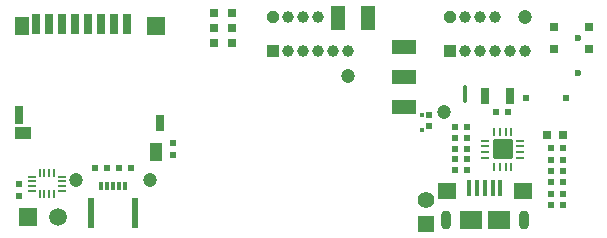
<source format=gbr>
%TF.GenerationSoftware,Altium Limited,Altium Designer,19.0.15 (446)*%
G04 Layer_Color=255*
%FSLAX26Y26*%
%MOIN*%
%TF.FileFunction,Pads,Bot*%
%TF.Part,Single*%
G01*
G75*
%TA.AperFunction,SMDPad,CuDef*%
%ADD12R,0.021654X0.023622*%
%ADD13R,0.023622X0.021654*%
%ADD22R,0.029528X0.031496*%
%ADD23R,0.023622X0.019685*%
%ADD24C,0.012008*%
%ADD25O,0.012008X0.062992*%
%ADD36C,0.047244*%
%ADD39R,0.019685X0.023622*%
%ADD52R,0.011811X0.031496*%
%TA.AperFunction,ComponentPad*%
%ADD67C,0.039370*%
G04:AMPARAMS|DCode=68|XSize=39mil|YSize=39mil|CornerRadius=0mil|HoleSize=0mil|Usage=FLASHONLY|Rotation=0.000|XOffset=0mil|YOffset=0mil|HoleType=Round|Shape=Octagon|*
%AMOCTAGOND68*
4,1,8,0.019500,-0.009750,0.019500,0.009750,0.009750,0.019500,-0.009750,0.019500,-0.019500,0.009750,-0.019500,-0.009750,-0.009750,-0.019500,0.009750,-0.019500,0.019500,-0.009750,0.0*
%
%ADD68OCTAGOND68*%

%ADD69C,0.023622*%
%ADD70O,0.035433X0.062992*%
%TA.AperFunction,WasherPad*%
%ADD71C,0.015000*%
%TA.AperFunction,ComponentPad*%
%ADD72R,0.039000X0.039000*%
%ADD73C,0.059055*%
%ADD74R,0.059055X0.059055*%
%ADD75C,0.047244*%
%ADD76C,0.055118*%
%ADD77R,0.055118X0.055118*%
%TA.AperFunction,SMDPad,CuDef*%
%ADD83R,0.027559X0.068898*%
%ADD84R,0.059055X0.059055*%
%ADD85R,0.051181X0.059055*%
%ADD86R,0.031496X0.059055*%
%ADD87R,0.057087X0.039370*%
%ADD88R,0.031496X0.055118*%
%ADD89R,0.039370X0.061024*%
%ADD90R,0.023622X0.102362*%
%ADD91R,0.019685X0.019685*%
%ADD92R,0.029528X0.057087*%
G04:AMPARAMS|DCode=93|XSize=66.929mil|YSize=66.929mil|CornerRadius=2.008mil|HoleSize=0mil|Usage=FLASHONLY|Rotation=180.000|XOffset=0mil|YOffset=0mil|HoleType=Round|Shape=RoundedRectangle|*
%AMROUNDEDRECTD93*
21,1,0.066929,0.062913,0,0,180.0*
21,1,0.062913,0.066929,0,0,180.0*
1,1,0.004016,-0.031457,0.031457*
1,1,0.004016,0.031457,0.031457*
1,1,0.004016,0.031457,-0.031457*
1,1,0.004016,-0.031457,-0.031457*
%
%ADD93ROUNDEDRECTD93*%
G04:AMPARAMS|DCode=94|XSize=9.842mil|YSize=27.559mil|CornerRadius=1.968mil|HoleSize=0mil|Usage=FLASHONLY|Rotation=180.000|XOffset=0mil|YOffset=0mil|HoleType=Round|Shape=RoundedRectangle|*
%AMROUNDEDRECTD94*
21,1,0.009842,0.023622,0,0,180.0*
21,1,0.005906,0.027559,0,0,180.0*
1,1,0.003937,-0.002953,0.011811*
1,1,0.003937,0.002953,0.011811*
1,1,0.003937,0.002953,-0.011811*
1,1,0.003937,-0.002953,-0.011811*
%
%ADD94ROUNDEDRECTD94*%
G04:AMPARAMS|DCode=95|XSize=9.842mil|YSize=27.559mil|CornerRadius=1.968mil|HoleSize=0mil|Usage=FLASHONLY|Rotation=90.000|XOffset=0mil|YOffset=0mil|HoleType=Round|Shape=RoundedRectangle|*
%AMROUNDEDRECTD95*
21,1,0.009842,0.023622,0,0,90.0*
21,1,0.005906,0.027559,0,0,90.0*
1,1,0.003937,0.011811,0.002953*
1,1,0.003937,0.011811,-0.002953*
1,1,0.003937,-0.011811,-0.002953*
1,1,0.003937,-0.011811,0.002953*
%
%ADD95ROUNDEDRECTD95*%
%ADD96R,0.027559X0.025591*%
%TA.AperFunction,ConnectorPad*%
%ADD97R,0.062992X0.055118*%
%ADD98R,0.074803X0.061024*%
%ADD99R,0.015748X0.053150*%
%TA.AperFunction,SMDPad,CuDef*%
%ADD100O,0.008661X0.029528*%
%ADD101O,0.029528X0.008661*%
%ADD102R,0.029528X0.027559*%
%ADD103R,0.029528X0.025591*%
%ADD104R,0.029528X0.025591*%
%ADD105R,0.082677X0.047244*%
%ADD106R,0.047244X0.082677*%
D12*
X1397638Y403543D02*
D03*
Y364173D02*
D03*
X542110Y269315D02*
D03*
Y308685D02*
D03*
D13*
X1802756Y103543D02*
D03*
X1842126D02*
D03*
X1802756Y139370D02*
D03*
X1842126D02*
D03*
X1484252Y290354D02*
D03*
X1523622D02*
D03*
X1521653Y326772D02*
D03*
X1482283D02*
D03*
Y362442D02*
D03*
X1521653D02*
D03*
X1523622Y253937D02*
D03*
X1484252D02*
D03*
X1523622Y218110D02*
D03*
X1484252D02*
D03*
X1842126Y293559D02*
D03*
X1802756D02*
D03*
X1842126Y250842D02*
D03*
X1802756D02*
D03*
X1842126Y214842D02*
D03*
X1802756D02*
D03*
D22*
X1790354Y334488D02*
D03*
X1843504D02*
D03*
D23*
X1620866Y411417D02*
D03*
X1660236D02*
D03*
X1802756Y179842D02*
D03*
X1842126D02*
D03*
X363425Y225000D02*
D03*
X402795D02*
D03*
X283425D02*
D03*
X322795D02*
D03*
D24*
X1515748Y496063D02*
D03*
D25*
Y470472D02*
D03*
D36*
X1444882Y413524D02*
D03*
X465748Y186595D02*
D03*
X219095D02*
D03*
D39*
X29921Y172244D02*
D03*
Y132874D02*
D03*
D52*
X323409Y166984D02*
D03*
X343094D02*
D03*
X362779D02*
D03*
X382464D02*
D03*
X303724D02*
D03*
D67*
X1616535Y729921D02*
D03*
X1566535D02*
D03*
X1516535D02*
D03*
X925984D02*
D03*
X975984D02*
D03*
X1025984D02*
D03*
X925984Y614173D02*
D03*
X975984D02*
D03*
X1025984D02*
D03*
X1075984D02*
D03*
X1125984D02*
D03*
X1716535D02*
D03*
X1666535D02*
D03*
X1616535D02*
D03*
X1566535D02*
D03*
X1516535D02*
D03*
D68*
X1466535Y729921D02*
D03*
X875984D02*
D03*
D69*
X1893701Y659449D02*
D03*
Y541338D02*
D03*
D70*
X1712599Y53740D02*
D03*
X1452756D02*
D03*
D71*
X1373740Y403150D02*
D03*
X1373731Y351969D02*
D03*
D72*
X875984Y614173D02*
D03*
X1466535D02*
D03*
D73*
X158268Y62381D02*
D03*
D74*
X58268D02*
D03*
D75*
X1126378Y530707D02*
D03*
X1716142Y729921D02*
D03*
D76*
X1386614Y118110D02*
D03*
D77*
Y38583D02*
D03*
D83*
X260827Y705118D02*
D03*
X217519D02*
D03*
X174213D02*
D03*
X130905D02*
D03*
X87599D02*
D03*
X304134D02*
D03*
X347440D02*
D03*
X390748D02*
D03*
D84*
X487205Y700197D02*
D03*
D85*
X40354D02*
D03*
D86*
X30512Y400984D02*
D03*
D87*
X43307Y341929D02*
D03*
D88*
X500984Y375394D02*
D03*
D89*
X485236Y279921D02*
D03*
D90*
X268291Y76433D02*
D03*
X417898D02*
D03*
D91*
X1852362Y458662D02*
D03*
X1718505D02*
D03*
D92*
X1666732Y464173D02*
D03*
X1582087D02*
D03*
D93*
X1641733Y287401D02*
D03*
D94*
X1671261Y344488D02*
D03*
X1651575D02*
D03*
X1631891D02*
D03*
X1612205D02*
D03*
Y230315D02*
D03*
X1631891D02*
D03*
X1651575D02*
D03*
X1671261D02*
D03*
D95*
X1584646Y316929D02*
D03*
Y297245D02*
D03*
Y277559D02*
D03*
Y257875D02*
D03*
X1698819D02*
D03*
Y277559D02*
D03*
Y297245D02*
D03*
Y316929D02*
D03*
D96*
X1812795Y696457D02*
D03*
X1928937D02*
D03*
Y621654D02*
D03*
X1812795D02*
D03*
D97*
X1708661Y150196D02*
D03*
X1456693D02*
D03*
D98*
X1535433Y53740D02*
D03*
X1629922D02*
D03*
D99*
X1531496Y159055D02*
D03*
X1557087D02*
D03*
X1633858D02*
D03*
X1608268D02*
D03*
X1582677D02*
D03*
D100*
X98425Y207677D02*
D03*
X114173D02*
D03*
X129921D02*
D03*
X145669D02*
D03*
Y138779D02*
D03*
X129921D02*
D03*
X114173D02*
D03*
X98425D02*
D03*
D101*
X172244Y196850D02*
D03*
Y181102D02*
D03*
Y165354D02*
D03*
Y149606D02*
D03*
X71850D02*
D03*
Y165354D02*
D03*
Y181102D02*
D03*
Y196850D02*
D03*
D102*
X679134Y692913D02*
D03*
X740157D02*
D03*
D103*
X679134Y642913D02*
D03*
X740157D02*
D03*
D104*
X679134Y742913D02*
D03*
X740157D02*
D03*
D105*
X1312992Y629921D02*
D03*
Y429921D02*
D03*
Y529921D02*
D03*
D106*
X1092520Y726378D02*
D03*
X1192323D02*
D03*
%TF.MD5,58491744ab028c8045ff22775fc5c64d*%
M02*

</source>
